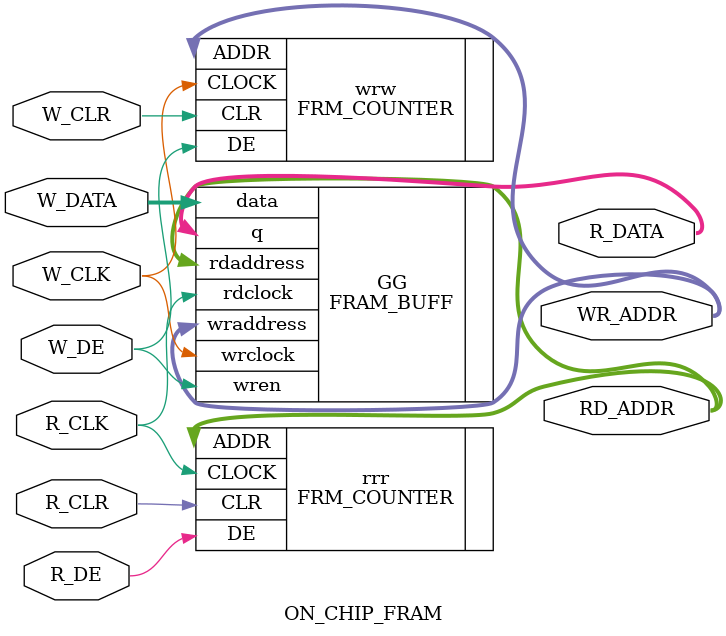
<source format=v>
module ON_CHIP_FRAM  ( 
    input         W_CLK ,  
    input         R_CLK ,  
    input         W_DE   ,  
    input  [9:0]  W_DATA , 
    output [9:0]  R_DATA , 
    input         W_CLR , 
    input         R_CLR ,  
    input         R_DE,
    output [19:0]WR_ADDR,
    output [19:0]RD_ADDR

 ); 

//wire [19:0]WR_ADDR;
//wire [19:0]RD_ADDR;
 
//--read /write address  counter 
FRM_COUNTER wrw(.CLOCK( W_CLK),.CLR( W_CLR ),.DE( W_DE ),.ADDR( WR_ADDR)  );
FRM_COUNTER rrr(.CLOCK( R_CLK),.CLR( R_CLR ),.DE( R_DE ),.ADDR( RD_ADDR)  );

//FRAM_BUFF  GG(
//	                  .address_a ( WR_ADDR[19:0]     ),
//	                  .address_b ( RD_ADDR[19:0]     ),
//	                  .data_a    ( W_DATA [9:0] ),
//	                  .data_b    ( ),
//	                  .clock_a   ( W_CLK ),
//	                  .clock_b   ( R_CLK ),
//	                  .wren_a    ( W_DE ),
//	                  .wren_b    ( 0  ),
//	                  .q_a       ( ),
//	                  .q_b       ( R_DATA ),	
//	);

	
	
FRAM_BUFF GG(
	.wraddress(WR_ADDR[19:0]),
	.rdaddress(RD_ADDR[19:0]),
	.data     (W_DATA [9:0]),
	.wrclock  (W_CLK),
	.rdclock  (R_CLK),
	.wren     (W_DE),
	.q        (R_DATA[9:0] )
	);
	
	//	assign R_DATA  = 10'h3ff ; 
endmodule 	
</source>
